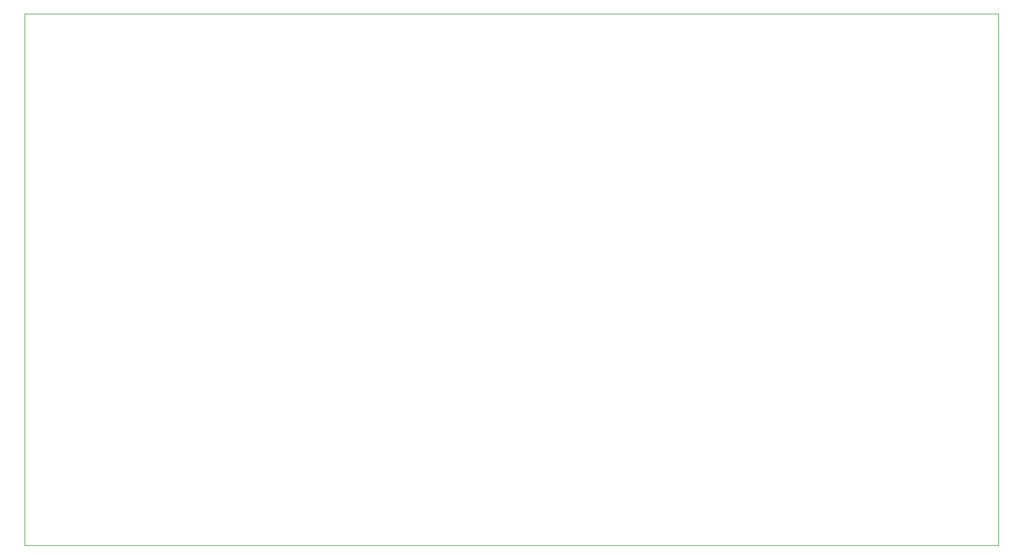
<source format=gm1>
G04 #@! TF.GenerationSoftware,KiCad,Pcbnew,(5.1.2)-2*
G04 #@! TF.CreationDate,2019-11-25T21:46:29-03:00*
G04 #@! TF.ProjectId,Shield_Galileo,53686965-6c64-45f4-9761-6c696c656f2e,rev?*
G04 #@! TF.SameCoordinates,Original*
G04 #@! TF.FileFunction,Profile,NP*
%FSLAX46Y46*%
G04 Gerber Fmt 4.6, Leading zero omitted, Abs format (unit mm)*
G04 Created by KiCad (PCBNEW (5.1.2)-2) date 2019-11-25 21:46:29*
%MOMM*%
%LPD*%
G04 APERTURE LIST*
%ADD10C,0.100000*%
G04 APERTURE END LIST*
D10*
X200152000Y-144272000D02*
X55880000Y-144272000D01*
X55880000Y-109220000D02*
X55880000Y-65532000D01*
X55880000Y-144272000D02*
X55880000Y-109220000D01*
X200152000Y-65532000D02*
X200152000Y-144272000D01*
X55880000Y-65532000D02*
X200152000Y-65532000D01*
M02*

</source>
